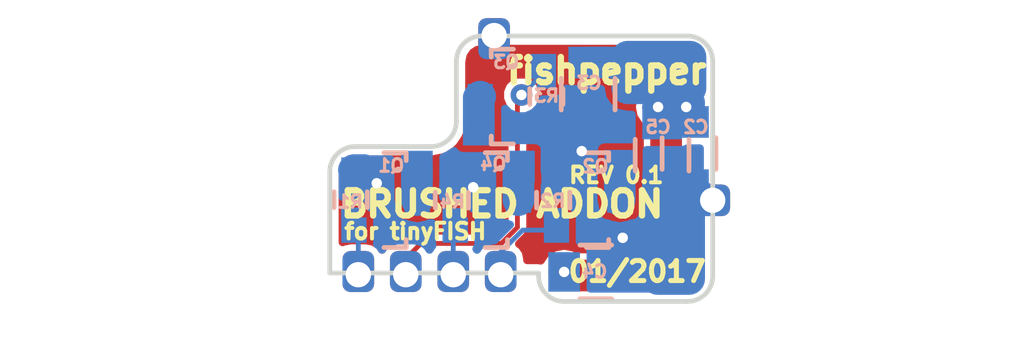
<source format=kicad_pcb>
(kicad_pcb (version 20160815) (host pcbnew "(2016-12-13 revision 188d781)-master")

  (general
    (links 30)
    (no_connects 0)
    (area 12.778114 17.21475 44.556143 28.263401)
    (thickness 1.6)
    (drawings 43)
    (tracks 100)
    (zones 0)
    (modules 24)
    (nets 11)
  )

  (page A4)
  (layers
    (0 F.Cu signal hide)
    (31 B.Cu signal)
    (32 B.Adhes user)
    (33 F.Adhes user)
    (34 B.Paste user)
    (35 F.Paste user hide)
    (36 B.SilkS user hide)
    (37 F.SilkS user hide)
    (38 B.Mask user)
    (39 F.Mask user hide)
    (40 Dwgs.User user)
    (41 Cmts.User user)
    (42 Eco1.User user)
    (43 Eco2.User user)
    (44 Edge.Cuts user)
    (45 Margin user)
    (46 B.CrtYd user hide)
    (47 F.CrtYd user hide)
    (48 B.Fab user)
    (49 F.Fab user)
  )

  (setup
    (last_trace_width 0.1524)
    (user_trace_width 1)
    (trace_clearance 0.1524)
    (zone_clearance 0.2032)
    (zone_45_only no)
    (trace_min 0.1524)
    (segment_width 0.2)
    (edge_width 0.15)
    (via_size 0.6858)
    (via_drill 0.3302)
    (via_min_size 0.6858)
    (via_min_drill 0.3302)
    (uvia_size 0.3)
    (uvia_drill 0.1)
    (uvias_allowed no)
    (uvia_min_size 0)
    (uvia_min_drill 0)
    (pcb_text_width 0.3)
    (pcb_text_size 1.5 1.5)
    (mod_edge_width 0.15)
    (mod_text_size 1 1)
    (mod_text_width 0.15)
    (pad_size 1.524 1.524)
    (pad_drill 0.762)
    (pad_to_mask_clearance 0.0762)
    (aux_axis_origin 0 0)
    (visible_elements FFFDFD7F)
    (pcbplotparams
      (layerselection 0x010f0_ffffffff)
      (usegerberextensions false)
      (excludeedgelayer true)
      (linewidth 0.100000)
      (plotframeref false)
      (viasonmask false)
      (mode 1)
      (useauxorigin false)
      (hpglpennumber 1)
      (hpglpenspeed 20)
      (hpglpendiameter 15)
      (psnegative false)
      (psa4output false)
      (plotreference false)
      (plotvalue false)
      (plotinvisibletext false)
      (padsonsilk false)
      (subtractmaskfromsilk false)
      (outputformat 1)
      (mirror false)
      (drillshape 0)
      (scaleselection 1)
      (outputdirectory gerber))
  )

  (net 0 "")
  (net 1 GND)
  (net 2 "Net-(Q1-PadD)")
  (net 3 "Net-(Q1-PadG)")
  (net 4 "Net-(Q2-PadG)")
  (net 5 "Net-(Q2-PadD)")
  (net 6 "Net-(Q3-PadG)")
  (net 7 "Net-(Q3-PadD)")
  (net 8 "Net-(Q4-PadD)")
  (net 9 "Net-(Q4-PadG)")
  (net 10 "Net-(C2-Pad1)")

  (net_class Default "This is the default net class."
    (clearance 0.1524)
    (trace_width 0.1524)
    (via_dia 0.6858)
    (via_drill 0.3302)
    (uvia_dia 0.3)
    (uvia_drill 0.1)
    (diff_pair_gap 0.25)
    (diff_pair_width 0.2)
    (add_net GND)
    (add_net "Net-(C2-Pad1)")
    (add_net "Net-(Q1-PadD)")
    (add_net "Net-(Q1-PadG)")
    (add_net "Net-(Q2-PadD)")
    (add_net "Net-(Q2-PadG)")
    (add_net "Net-(Q3-PadD)")
    (add_net "Net-(Q3-PadG)")
    (add_net "Net-(Q4-PadD)")
    (add_net "Net-(Q4-PadG)")
  )

  (module custom:edge_conn_1mm (layer F.Cu) (tedit 581E38A6) (tstamp 5823F003)
    (at 23.801 25.754)
    (path /581E2D41)
    (fp_text reference TP1 (at 0 0.5) (layer F.SilkS) hide
      (effects (font (size 0.4 0.4) (thickness 0.125)))
    )
    (fp_text value ESC_0 (at 0 -0.5) (layer F.Fab) hide
      (effects (font (size 0.4 0.4) (thickness 0.125)))
    )
    (pad 1 thru_hole roundrect (at 0 0) (size 1 1.3) (drill 0.8 (offset 0 -0.1)) (layers *.Cu *.Mask)(roundrect_rratio 0.25)
      (net 3 "Net-(Q1-PadG)"))
  )

  (module custom:edge_conn_1mm (layer F.Cu) (tedit 581E38A6) (tstamp 5823F008)
    (at 28.301 25.754)
    (path /581E40EC)
    (fp_text reference TP2 (at 0 0.5) (layer F.SilkS) hide
      (effects (font (size 0.4 0.4) (thickness 0.125)))
    )
    (fp_text value ESC_1 (at 0 -0.5) (layer F.Fab) hide
      (effects (font (size 0.4 0.4) (thickness 0.125)))
    )
    (pad 1 thru_hole roundrect (at 0 0) (size 1 1.3) (drill 0.8 (offset 0 -0.1)) (layers *.Cu *.Mask)(roundrect_rratio 0.25)
      (net 4 "Net-(Q2-PadG)"))
  )

  (module custom:edge_conn_1mm (layer F.Cu) (tedit 581E38A6) (tstamp 5823F00D)
    (at 25.301 25.754)
    (path /581E3DD7)
    (fp_text reference TP3 (at 0 0.5) (layer F.SilkS) hide
      (effects (font (size 0.4 0.4) (thickness 0.125)))
    )
    (fp_text value ESC_2 (at 0 -0.5) (layer F.Fab) hide
      (effects (font (size 0.4 0.4) (thickness 0.125)))
    )
    (pad 1 thru_hole roundrect (at 0 0) (size 1 1.3) (drill 0.8 (offset 0 -0.1)) (layers *.Cu *.Mask)(roundrect_rratio 0.25)
      (net 6 "Net-(Q3-PadG)"))
  )

  (module custom:edge_conn_1mm (layer F.Cu) (tedit 581E38A6) (tstamp 5823F012)
    (at 26.801 25.754)
    (path /581E42E4)
    (fp_text reference TP4 (at 0 0.5) (layer F.SilkS) hide
      (effects (font (size 0.4 0.4) (thickness 0.125)))
    )
    (fp_text value ESC_3 (at 0 -0.5) (layer F.Fab) hide
      (effects (font (size 0.4 0.4) (thickness 0.125)))
    )
    (pad 1 thru_hole roundrect (at 0 0) (size 1 1.3) (drill 0.8 (offset 0 -0.1)) (layers *.Cu *.Mask)(roundrect_rratio 0.25)
      (net 9 "Net-(Q4-PadG)"))
  )

  (module custom:edge_conn_1mm (layer F.Cu) (tedit 581E38A6) (tstamp 581E33CC)
    (at 35 23.4 90)
    (path /581E32A8)
    (fp_text reference TP11 (at 0 0.5 90) (layer F.SilkS) hide
      (effects (font (size 0.4 0.4) (thickness 0.125)))
    )
    (fp_text value GND (at 0 -0.5 90) (layer F.Fab) hide
      (effects (font (size 0.4 0.4) (thickness 0.125)))
    )
    (pad 1 thru_hole roundrect (at 0 0 90) (size 1 1.3) (drill 0.8 (offset 0 -0.1)) (layers *.Cu *.Mask)(roundrect_rratio 0.25)
      (net 1 GND))
  )

  (module Capacitors_SMD:C_0805 (layer B.Cu) (tedit 5878E414) (tstamp 5823EF5E)
    (at 34.2519 21.9202 270)
    (descr "Capacitor SMD 0805, reflow soldering, AVX (see smccp.pdf)")
    (tags "capacitor 0805")
    (path /581E2844)
    (attr smd)
    (fp_text reference C2 (at -0.8382 -0.2159) (layer B.SilkS)
      (effects (font (size 0.4 0.4) (thickness 0.125)) (justify mirror))
    )
    (fp_text value 47u (at -0.0508 -0.2413 270) (layer B.Fab)
      (effects (font (size 0.4 0.4) (thickness 0.125)) (justify mirror))
    )
    (fp_line (start -0.5 -0.85) (end 0.5 -0.85) (layer B.SilkS) (width 0.15))
    (fp_line (start 0.5 0.85) (end -0.5 0.85) (layer B.SilkS) (width 0.15))
    (fp_line (start 1.8 1) (end 1.8 -1) (layer B.CrtYd) (width 0.05))
    (fp_line (start -1.8 1) (end -1.8 -1) (layer B.CrtYd) (width 0.05))
    (fp_line (start -1.8 -1) (end 1.8 -1) (layer B.CrtYd) (width 0.05))
    (fp_line (start -1.8 1) (end 1.8 1) (layer B.CrtYd) (width 0.05))
    (fp_line (start -1 0.625) (end 1 0.625) (layer B.Fab) (width 0.15))
    (fp_line (start 1 0.625) (end 1 -0.625) (layer B.Fab) (width 0.15))
    (fp_line (start 1 -0.625) (end -1 -0.625) (layer B.Fab) (width 0.15))
    (fp_line (start -1 -0.625) (end -1 0.625) (layer B.Fab) (width 0.15))
    (pad 2 smd rect (at 1 0 270) (size 1 1.25) (layers B.Cu B.Paste B.Mask)
      (net 1 GND))
    (pad 1 smd rect (at -1 0 270) (size 1 1.25) (layers B.Cu B.Paste B.Mask)
      (net 10 "Net-(C2-Pad1)"))
    (model Capacitors_SMD.3dshapes/C_0805.wrl
      (at (xyz 0 0 0))
      (scale (xyz 1 1 1))
      (rotate (xyz 0 0 0))
    )
  )

  (module Capacitors_SMD:C_0805 (layer B.Cu) (tedit 5878E44B) (tstamp 5823EF7E)
    (at 31.3055 25.6667)
    (descr "Capacitor SMD 0805, reflow soldering, AVX (see smccp.pdf)")
    (tags "capacitor 0805")
    (path /581E2B53)
    (attr smd)
    (fp_text reference C4 (at -0.0381 -0.0127) (layer B.SilkS)
      (effects (font (size 0.4 0.4) (thickness 0.125)) (justify mirror))
    )
    (fp_text value 47u (at -0.0127 0.0127) (layer B.Fab)
      (effects (font (size 0.4 0.4) (thickness 0.125)) (justify mirror))
    )
    (fp_line (start -0.5 -0.85) (end 0.5 -0.85) (layer B.SilkS) (width 0.15))
    (fp_line (start 0.5 0.85) (end -0.5 0.85) (layer B.SilkS) (width 0.15))
    (fp_line (start 1.8 1) (end 1.8 -1) (layer B.CrtYd) (width 0.05))
    (fp_line (start -1.8 1) (end -1.8 -1) (layer B.CrtYd) (width 0.05))
    (fp_line (start -1.8 -1) (end 1.8 -1) (layer B.CrtYd) (width 0.05))
    (fp_line (start -1.8 1) (end 1.8 1) (layer B.CrtYd) (width 0.05))
    (fp_line (start -1 0.625) (end 1 0.625) (layer B.Fab) (width 0.15))
    (fp_line (start 1 0.625) (end 1 -0.625) (layer B.Fab) (width 0.15))
    (fp_line (start 1 -0.625) (end -1 -0.625) (layer B.Fab) (width 0.15))
    (fp_line (start -1 -0.625) (end -1 0.625) (layer B.Fab) (width 0.15))
    (pad 2 smd rect (at 1 0) (size 1 1.25) (layers B.Cu B.Paste B.Mask)
      (net 1 GND))
    (pad 1 smd rect (at -1 0) (size 1 1.25) (layers B.Cu B.Paste B.Mask)
      (net 10 "Net-(C2-Pad1)"))
    (model Capacitors_SMD.3dshapes/C_0805.wrl
      (at (xyz 0 0 0))
      (scale (xyz 1 1 1))
      (rotate (xyz 0 0 0))
    )
  )

  (module Capacitors_SMD:C_0805 (layer B.Cu) (tedit 5878E416) (tstamp 5823EF8E)
    (at 33.401 21.971 270)
    (descr "Capacitor SMD 0805, reflow soldering, AVX (see smccp.pdf)")
    (tags "capacitor 0805")
    (path /581E2BAA)
    (attr smd)
    (fp_text reference C5 (at -0.889 0.127) (layer B.SilkS)
      (effects (font (size 0.4 0.4) (thickness 0.125)) (justify mirror))
    )
    (fp_text value 47u (at -0.127 0.127 270) (layer B.Fab)
      (effects (font (size 0.4 0.4) (thickness 0.125)) (justify mirror))
    )
    (fp_line (start -1 -0.625) (end -1 0.625) (layer B.Fab) (width 0.15))
    (fp_line (start 1 -0.625) (end -1 -0.625) (layer B.Fab) (width 0.15))
    (fp_line (start 1 0.625) (end 1 -0.625) (layer B.Fab) (width 0.15))
    (fp_line (start -1 0.625) (end 1 0.625) (layer B.Fab) (width 0.15))
    (fp_line (start -1.8 1) (end 1.8 1) (layer B.CrtYd) (width 0.05))
    (fp_line (start -1.8 -1) (end 1.8 -1) (layer B.CrtYd) (width 0.05))
    (fp_line (start -1.8 1) (end -1.8 -1) (layer B.CrtYd) (width 0.05))
    (fp_line (start 1.8 1) (end 1.8 -1) (layer B.CrtYd) (width 0.05))
    (fp_line (start 0.5 0.85) (end -0.5 0.85) (layer B.SilkS) (width 0.15))
    (fp_line (start -0.5 -0.85) (end 0.5 -0.85) (layer B.SilkS) (width 0.15))
    (pad 1 smd rect (at -1 0 270) (size 1 1.25) (layers B.Cu B.Paste B.Mask)
      (net 10 "Net-(C2-Pad1)"))
    (pad 2 smd rect (at 1 0 270) (size 1 1.25) (layers B.Cu B.Paste B.Mask)
      (net 1 GND))
    (model Capacitors_SMD.3dshapes/C_0805.wrl
      (at (xyz 0 0 0))
      (scale (xyz 1 1 1))
      (rotate (xyz 0 0 0))
    )
  )

  (module custom:SI2302DS_SOT-23 (layer B.Cu) (tedit 5878E42C) (tstamp 5823EF9E)
    (at 24.6634 23.3934 90)
    (descr "SOT-23, Standard")
    (tags SOT-23)
    (path /581E261A)
    (attr smd)
    (fp_text reference Q1 (at 1.0922 0.1778 180) (layer B.SilkS)
      (effects (font (size 0.4 0.4) (thickness 0.125)) (justify mirror))
    )
    (fp_text value FET_N (at -0.0508 0.0254 90) (layer B.Fab)
      (effects (font (size 0.4 0.4) (thickness 0.125)) (justify mirror))
    )
    (fp_line (start 1.49982 0.65024) (end 1.49982 -0.0508) (layer B.SilkS) (width 0.15))
    (fp_line (start 1.29916 0.65024) (end 1.49982 0.65024) (layer B.SilkS) (width 0.15))
    (fp_line (start -1.49982 0.65024) (end -1.2509 0.65024) (layer B.SilkS) (width 0.15))
    (fp_line (start -1.49982 -0.0508) (end -1.49982 0.65024) (layer B.SilkS) (width 0.15))
    (fp_line (start 1.29916 0.65024) (end 1.2509 0.65024) (layer B.SilkS) (width 0.15))
    (fp_line (start -1.65 -1.6) (end -1.65 1.6) (layer B.CrtYd) (width 0.05))
    (fp_line (start 1.65 -1.6) (end -1.65 -1.6) (layer B.CrtYd) (width 0.05))
    (fp_line (start 1.65 1.6) (end 1.65 -1.6) (layer B.CrtYd) (width 0.05))
    (fp_line (start -1.65 1.6) (end 1.65 1.6) (layer B.CrtYd) (width 0.05))
    (pad D smd rect (at 0 0.99822 90) (size 0.8001 0.8001) (layers B.Cu B.Paste B.Mask)
      (net 2 "Net-(Q1-PadD)"))
    (pad S smd rect (at 0.95 -1.00076 90) (size 0.8001 0.8001) (layers B.Cu B.Paste B.Mask)
      (net 1 GND))
    (pad G smd rect (at -0.95 -1.00076 90) (size 0.8001 0.8001) (layers B.Cu B.Paste B.Mask)
      (net 3 "Net-(Q1-PadG)"))
    (model TO_SOT_Packages_SMD.3dshapes/SOT-23.wrl
      (at (xyz 0 0 0))
      (scale (xyz 1 1 1))
      (rotate (xyz 0 0 0))
    )
  )

  (module custom:SI2302DS_SOT-23 (layer B.Cu) (tedit 5878E446) (tstamp 5823EFAE)
    (at 31.0642 23.3934 90)
    (descr "SOT-23, Standard")
    (tags SOT-23)
    (path /581E40E6)
    (attr smd)
    (fp_text reference Q2 (at 1.0668 0.2286 180) (layer B.SilkS)
      (effects (font (size 0.4 0.4) (thickness 0.125)) (justify mirror))
    )
    (fp_text value FET_N (at 0 0 90) (layer B.Fab)
      (effects (font (size 0.4 0.4) (thickness 0.125)) (justify mirror))
    )
    (fp_line (start -1.65 1.6) (end 1.65 1.6) (layer B.CrtYd) (width 0.05))
    (fp_line (start 1.65 1.6) (end 1.65 -1.6) (layer B.CrtYd) (width 0.05))
    (fp_line (start 1.65 -1.6) (end -1.65 -1.6) (layer B.CrtYd) (width 0.05))
    (fp_line (start -1.65 -1.6) (end -1.65 1.6) (layer B.CrtYd) (width 0.05))
    (fp_line (start 1.29916 0.65024) (end 1.2509 0.65024) (layer B.SilkS) (width 0.15))
    (fp_line (start -1.49982 -0.0508) (end -1.49982 0.65024) (layer B.SilkS) (width 0.15))
    (fp_line (start -1.49982 0.65024) (end -1.2509 0.65024) (layer B.SilkS) (width 0.15))
    (fp_line (start 1.29916 0.65024) (end 1.49982 0.65024) (layer B.SilkS) (width 0.15))
    (fp_line (start 1.49982 0.65024) (end 1.49982 -0.0508) (layer B.SilkS) (width 0.15))
    (pad G smd rect (at -0.95 -1.00076 90) (size 0.8001 0.8001) (layers B.Cu B.Paste B.Mask)
      (net 4 "Net-(Q2-PadG)"))
    (pad S smd rect (at 0.95 -1.00076 90) (size 0.8001 0.8001) (layers B.Cu B.Paste B.Mask)
      (net 1 GND))
    (pad D smd rect (at 0 0.99822 90) (size 0.8001 0.8001) (layers B.Cu B.Paste B.Mask)
      (net 5 "Net-(Q2-PadD)"))
    (model TO_SOT_Packages_SMD.3dshapes/SOT-23.wrl
      (at (xyz 0 0 0))
      (scale (xyz 1 1 1))
      (rotate (xyz 0 0 0))
    )
  )

  (module custom:SI2302DS_SOT-23 (layer B.Cu) (tedit 5878E41F) (tstamp 5823EFBE)
    (at 28.6512 20.1168 270)
    (descr "SOT-23, Standard")
    (tags SOT-23)
    (path /581E3DD1)
    (attr smd)
    (fp_text reference Q3 (at -1.0922 0.1778) (layer B.SilkS)
      (effects (font (size 0.4 0.4) (thickness 0.125)) (justify mirror))
    )
    (fp_text value FET_N (at -0.0762 -0.1016 270) (layer B.Fab)
      (effects (font (size 0.4 0.4) (thickness 0.125)) (justify mirror))
    )
    (fp_line (start -1.65 1.6) (end 1.65 1.6) (layer B.CrtYd) (width 0.05))
    (fp_line (start 1.65 1.6) (end 1.65 -1.6) (layer B.CrtYd) (width 0.05))
    (fp_line (start 1.65 -1.6) (end -1.65 -1.6) (layer B.CrtYd) (width 0.05))
    (fp_line (start -1.65 -1.6) (end -1.65 1.6) (layer B.CrtYd) (width 0.05))
    (fp_line (start 1.29916 0.65024) (end 1.2509 0.65024) (layer B.SilkS) (width 0.15))
    (fp_line (start -1.49982 -0.0508) (end -1.49982 0.65024) (layer B.SilkS) (width 0.15))
    (fp_line (start -1.49982 0.65024) (end -1.2509 0.65024) (layer B.SilkS) (width 0.15))
    (fp_line (start 1.29916 0.65024) (end 1.49982 0.65024) (layer B.SilkS) (width 0.15))
    (fp_line (start 1.49982 0.65024) (end 1.49982 -0.0508) (layer B.SilkS) (width 0.15))
    (pad G smd rect (at -0.95 -1.00076 270) (size 0.8001 0.8001) (layers B.Cu B.Paste B.Mask)
      (net 6 "Net-(Q3-PadG)"))
    (pad S smd rect (at 0.95 -1.00076 270) (size 0.8001 0.8001) (layers B.Cu B.Paste B.Mask)
      (net 1 GND))
    (pad D smd rect (at 0 0.99822 270) (size 0.8001 0.8001) (layers B.Cu B.Paste B.Mask)
      (net 7 "Net-(Q3-PadD)"))
    (model TO_SOT_Packages_SMD.3dshapes/SOT-23.wrl
      (at (xyz 0 0 0))
      (scale (xyz 1 1 1))
      (rotate (xyz 0 0 0))
    )
  )

  (module custom:SI2302DS_SOT-23 (layer B.Cu) (tedit 5878E43D) (tstamp 5823EFCE)
    (at 27.8638 23.3934 90)
    (descr "SOT-23, Standard")
    (tags SOT-23)
    (path /581E42DE)
    (attr smd)
    (fp_text reference Q4 (at 1.143 0.2032 180) (layer B.SilkS)
      (effects (font (size 0.4 0.4) (thickness 0.125)) (justify mirror))
    )
    (fp_text value FET_N (at 0.0254 0 90) (layer B.Fab)
      (effects (font (size 0.4 0.4) (thickness 0.125)) (justify mirror))
    )
    (fp_line (start 1.49982 0.65024) (end 1.49982 -0.0508) (layer B.SilkS) (width 0.15))
    (fp_line (start 1.29916 0.65024) (end 1.49982 0.65024) (layer B.SilkS) (width 0.15))
    (fp_line (start -1.49982 0.65024) (end -1.2509 0.65024) (layer B.SilkS) (width 0.15))
    (fp_line (start -1.49982 -0.0508) (end -1.49982 0.65024) (layer B.SilkS) (width 0.15))
    (fp_line (start 1.29916 0.65024) (end 1.2509 0.65024) (layer B.SilkS) (width 0.15))
    (fp_line (start -1.65 -1.6) (end -1.65 1.6) (layer B.CrtYd) (width 0.05))
    (fp_line (start 1.65 -1.6) (end -1.65 -1.6) (layer B.CrtYd) (width 0.05))
    (fp_line (start 1.65 1.6) (end 1.65 -1.6) (layer B.CrtYd) (width 0.05))
    (fp_line (start -1.65 1.6) (end 1.65 1.6) (layer B.CrtYd) (width 0.05))
    (pad D smd rect (at 0 0.99822 90) (size 0.8001 0.8001) (layers B.Cu B.Paste B.Mask)
      (net 8 "Net-(Q4-PadD)"))
    (pad S smd rect (at 0.95 -1.00076 90) (size 0.8001 0.8001) (layers B.Cu B.Paste B.Mask)
      (net 1 GND))
    (pad G smd rect (at -0.95 -1.00076 90) (size 0.8001 0.8001) (layers B.Cu B.Paste B.Mask)
      (net 9 "Net-(Q4-PadG)"))
    (model TO_SOT_Packages_SMD.3dshapes/SOT-23.wrl
      (at (xyz 0 0 0))
      (scale (xyz 1 1 1))
      (rotate (xyz 0 0 0))
    )
  )

  (module Resistors_SMD:R_0402 (layer B.Cu) (tedit 5878E430) (tstamp 5823EFDA)
    (at 23.5585 23.3807 90)
    (descr "Resistor SMD 0402, reflow soldering, Vishay (see dcrcw.pdf)")
    (tags "resistor 0402")
    (path /581E2DDE)
    (attr smd)
    (fp_text reference R1 (at -0.0635 -0.0127 180) (layer B.SilkS)
      (effects (font (size 0.4 0.4) (thickness 0.125)) (justify mirror))
    )
    (fp_text value 10k (at -0.1143 0.0381 90) (layer B.Fab)
      (effects (font (size 0.4 0.4) (thickness 0.125)) (justify mirror))
    )
    (fp_line (start -0.95 0.65) (end 0.95 0.65) (layer B.CrtYd) (width 0.05))
    (fp_line (start -0.95 -0.65) (end 0.95 -0.65) (layer B.CrtYd) (width 0.05))
    (fp_line (start -0.95 0.65) (end -0.95 -0.65) (layer B.CrtYd) (width 0.05))
    (fp_line (start 0.95 0.65) (end 0.95 -0.65) (layer B.CrtYd) (width 0.05))
    (fp_line (start 0.25 0.525) (end -0.25 0.525) (layer B.SilkS) (width 0.15))
    (fp_line (start -0.25 -0.525) (end 0.25 -0.525) (layer B.SilkS) (width 0.15))
    (pad 1 smd rect (at -0.45 0 90) (size 0.4 0.6) (layers B.Cu B.Paste B.Mask)
      (net 3 "Net-(Q1-PadG)"))
    (pad 2 smd rect (at 0.45 0 90) (size 0.4 0.6) (layers B.Cu B.Paste B.Mask)
      (net 1 GND))
    (model Resistors_SMD.3dshapes/R_0402.wrl
      (at (xyz 0 0 0))
      (scale (xyz 1 1 1))
      (rotate (xyz 0 0 0))
    )
  )

  (module Resistors_SMD:R_0402 (layer B.Cu) (tedit 5878E442) (tstamp 5823EFE6)
    (at 29.9593 23.3934 90)
    (descr "Resistor SMD 0402, reflow soldering, Vishay (see dcrcw.pdf)")
    (tags "resistor 0402")
    (path /581E40F2)
    (attr smd)
    (fp_text reference R2 (at -0.0254 -0.0127 180) (layer B.SilkS)
      (effects (font (size 0.4 0.4) (thickness 0.125)) (justify mirror))
    )
    (fp_text value 10k (at -0.0762 0.0381 90) (layer B.Fab)
      (effects (font (size 0.4 0.4) (thickness 0.125)) (justify mirror))
    )
    (fp_line (start -0.25 -0.525) (end 0.25 -0.525) (layer B.SilkS) (width 0.15))
    (fp_line (start 0.25 0.525) (end -0.25 0.525) (layer B.SilkS) (width 0.15))
    (fp_line (start 0.95 0.65) (end 0.95 -0.65) (layer B.CrtYd) (width 0.05))
    (fp_line (start -0.95 0.65) (end -0.95 -0.65) (layer B.CrtYd) (width 0.05))
    (fp_line (start -0.95 -0.65) (end 0.95 -0.65) (layer B.CrtYd) (width 0.05))
    (fp_line (start -0.95 0.65) (end 0.95 0.65) (layer B.CrtYd) (width 0.05))
    (pad 2 smd rect (at 0.45 0 90) (size 0.4 0.6) (layers B.Cu B.Paste B.Mask)
      (net 1 GND))
    (pad 1 smd rect (at -0.45 0 90) (size 0.4 0.6) (layers B.Cu B.Paste B.Mask)
      (net 4 "Net-(Q2-PadG)"))
    (model Resistors_SMD.3dshapes/R_0402.wrl
      (at (xyz 0 0 0))
      (scale (xyz 1 1 1))
      (rotate (xyz 0 0 0))
    )
  )

  (module Resistors_SMD:R_0402 (layer B.Cu) (tedit 5878E456) (tstamp 5823EFF2)
    (at 29.7434 20.1168 270)
    (descr "Resistor SMD 0402, reflow soldering, Vishay (see dcrcw.pdf)")
    (tags "resistor 0402")
    (path /581E3DDD)
    (attr smd)
    (fp_text reference R3 (at -0.0254 0) (layer B.SilkS)
      (effects (font (size 0.4 0.4) (thickness 0.125)) (justify mirror))
    )
    (fp_text value 10k (at -0.1016 -0.0762 270) (layer B.Fab)
      (effects (font (size 0.4 0.4) (thickness 0.125)) (justify mirror))
    )
    (fp_line (start -0.25 -0.525) (end 0.25 -0.525) (layer B.SilkS) (width 0.15))
    (fp_line (start 0.25 0.525) (end -0.25 0.525) (layer B.SilkS) (width 0.15))
    (fp_line (start 0.95 0.65) (end 0.95 -0.65) (layer B.CrtYd) (width 0.05))
    (fp_line (start -0.95 0.65) (end -0.95 -0.65) (layer B.CrtYd) (width 0.05))
    (fp_line (start -0.95 -0.65) (end 0.95 -0.65) (layer B.CrtYd) (width 0.05))
    (fp_line (start -0.95 0.65) (end 0.95 0.65) (layer B.CrtYd) (width 0.05))
    (pad 2 smd rect (at 0.45 0 270) (size 0.4 0.6) (layers B.Cu B.Paste B.Mask)
      (net 1 GND))
    (pad 1 smd rect (at -0.45 0 270) (size 0.4 0.6) (layers B.Cu B.Paste B.Mask)
      (net 6 "Net-(Q3-PadG)"))
    (model Resistors_SMD.3dshapes/R_0402.wrl
      (at (xyz 0 0 0))
      (scale (xyz 1 1 1))
      (rotate (xyz 0 0 0))
    )
  )

  (module custom:TP_1x1 (layer B.Cu) (tedit 581DB7CE) (tstamp 5823F017)
    (at 25.5524 22.6314)
    (path /581E2FD8)
    (fp_text reference TP5 (at -0.1 3.2) (layer B.SilkS) hide
      (effects (font (size 0.4 0.4) (thickness 0.125)) (justify mirror))
    )
    (fp_text value M-_0 (at 0.1 5) (layer B.SilkS) hide
      (effects (font (size 0.4 0.4) (thickness 0.125)) (justify mirror))
    )
    (pad 1 smd rect (at 0.1 -0.3) (size 1 1) (layers B.Cu B.Mask)
      (net 2 "Net-(Q1-PadD)"))
  )

  (module custom:TP_1x1 (layer B.Cu) (tedit 581DB7CE) (tstamp 5823F01C)
    (at 31.9786 22.606)
    (path /581E40FE)
    (fp_text reference TP6 (at -0.1 3.2) (layer B.SilkS) hide
      (effects (font (size 0.4 0.4) (thickness 0.125)) (justify mirror))
    )
    (fp_text value M-_1 (at 0.1 5) (layer B.SilkS) hide
      (effects (font (size 0.4 0.4) (thickness 0.125)) (justify mirror))
    )
    (pad 1 smd rect (at 0.1 -0.3) (size 1 1) (layers B.Cu B.Mask)
      (net 5 "Net-(Q2-PadD)"))
  )

  (module custom:TP_1x1 (layer B.Cu) (tedit 581DB7CE) (tstamp 5823F021)
    (at 27.5082 21.463)
    (path /581E3DE9)
    (fp_text reference TP7 (at -0.1 3.2) (layer B.SilkS) hide
      (effects (font (size 0.4 0.4) (thickness 0.125)) (justify mirror))
    )
    (fp_text value M-_2 (at 0.1 5) (layer B.SilkS) hide
      (effects (font (size 0.4 0.4) (thickness 0.125)) (justify mirror))
    )
    (pad 1 smd rect (at 0.1 -0.3) (size 1 1) (layers B.Cu B.Mask)
      (net 7 "Net-(Q3-PadD)"))
  )

  (module custom:TP_1x1 (layer B.Cu) (tedit 581DB7CE) (tstamp 5823F026)
    (at 28.7782 22.6314)
    (path /581E42F6)
    (fp_text reference TP8 (at -0.1 3.2) (layer B.SilkS) hide
      (effects (font (size 0.4 0.4) (thickness 0.125)) (justify mirror))
    )
    (fp_text value M-_3 (at 0.1 5) (layer B.SilkS) hide
      (effects (font (size 0.4 0.4) (thickness 0.125)) (justify mirror))
    )
    (pad 1 smd rect (at 0.1 -0.3) (size 1 1) (layers B.Cu B.Mask)
      (net 8 "Net-(Q4-PadD)"))
  )

  (module custom:PAD_2x3 (layer B.Cu) (tedit 581DB87C) (tstamp 5823F02B)
    (at 33.2994 19.3548 90)
    (path /581E2C9C)
    (fp_text reference TP9 (at 0 -0.5 90) (layer B.SilkS) hide
      (effects (font (size 0.4 0.4) (thickness 0.125)) (justify mirror))
    )
    (fp_text value VBAT (at 0 0.5) (layer B.Fab) hide
      (effects (font (size 0.4 0.4) (thickness 0.125)) (justify mirror))
    )
    (pad 1 smd roundrect (at 0 0 90) (size 2 3) (layers B.Cu B.Mask)(roundrect_rratio 0.25)
      (net 10 "Net-(C2-Pad1)"))
  )

  (module custom:PAD_2x3 (layer B.Cu) (tedit 581DB87C) (tstamp 5823F030)
    (at 33.7566 24.892 180)
    (path /581E2D0E)
    (fp_text reference TP10 (at 0 -0.5 180) (layer B.SilkS) hide
      (effects (font (size 0.4 0.4) (thickness 0.125)) (justify mirror))
    )
    (fp_text value GND (at 0 0.5 90) (layer B.Fab) hide
      (effects (font (size 0.4 0.4) (thickness 0.125)) (justify mirror))
    )
    (pad 1 smd roundrect (at 0 0 180) (size 2 3) (layers B.Cu B.Mask)(roundrect_rratio 0.25)
      (net 1 GND))
  )

  (module Capacitors_SMD:C_0805 (layer B.Cu) (tedit 5878E44F) (tstamp 581EBF84)
    (at 31.0642 20.0406 270)
    (descr "Capacitor SMD 0805, reflow soldering, AVX (see smccp.pdf)")
    (tags "capacitor 0805")
    (path /581E2AA7)
    (attr smd)
    (fp_text reference C3 (at -0.3556 -0.0254) (layer B.SilkS)
      (effects (font (size 0.4 0.4) (thickness 0.125)) (justify mirror))
    )
    (fp_text value 47u (at 0.1016 0.0762 270) (layer B.Fab)
      (effects (font (size 0.4 0.4) (thickness 0.125)) (justify mirror))
    )
    (fp_line (start -1 -0.625) (end -1 0.625) (layer B.Fab) (width 0.15))
    (fp_line (start 1 -0.625) (end -1 -0.625) (layer B.Fab) (width 0.15))
    (fp_line (start 1 0.625) (end 1 -0.625) (layer B.Fab) (width 0.15))
    (fp_line (start -1 0.625) (end 1 0.625) (layer B.Fab) (width 0.15))
    (fp_line (start -1.8 1) (end 1.8 1) (layer B.CrtYd) (width 0.05))
    (fp_line (start -1.8 -1) (end 1.8 -1) (layer B.CrtYd) (width 0.05))
    (fp_line (start -1.8 1) (end -1.8 -1) (layer B.CrtYd) (width 0.05))
    (fp_line (start 1.8 1) (end 1.8 -1) (layer B.CrtYd) (width 0.05))
    (fp_line (start 0.5 0.85) (end -0.5 0.85) (layer B.SilkS) (width 0.15))
    (fp_line (start -0.5 -0.85) (end 0.5 -0.85) (layer B.SilkS) (width 0.15))
    (pad 1 smd rect (at -1 0 270) (size 1 1.25) (layers B.Cu B.Paste B.Mask)
      (net 10 "Net-(C2-Pad1)"))
    (pad 2 smd rect (at 1 0 270) (size 1 1.25) (layers B.Cu B.Paste B.Mask)
      (net 1 GND))
    (model Capacitors_SMD.3dshapes/C_0805.wrl
      (at (xyz 0 0 0))
      (scale (xyz 1 1 1))
      (rotate (xyz 0 0 0))
    )
  )

  (module Resistors_SMD:R_0402 (layer B.Cu) (tedit 5878E436) (tstamp 581EBF90)
    (at 26.7589 23.3934 90)
    (descr "Resistor SMD 0402, reflow soldering, Vishay (see dcrcw.pdf)")
    (tags "resistor 0402")
    (path /581E42EA)
    (attr smd)
    (fp_text reference R4 (at -0.0508 0.0127 180) (layer B.SilkS)
      (effects (font (size 0.4 0.4) (thickness 0.125)) (justify mirror))
    )
    (fp_text value 10k (at -0.0508 -0.0127 90) (layer B.Fab)
      (effects (font (size 0.4 0.4) (thickness 0.125)) (justify mirror))
    )
    (fp_line (start -0.95 0.65) (end 0.95 0.65) (layer B.CrtYd) (width 0.05))
    (fp_line (start -0.95 -0.65) (end 0.95 -0.65) (layer B.CrtYd) (width 0.05))
    (fp_line (start -0.95 0.65) (end -0.95 -0.65) (layer B.CrtYd) (width 0.05))
    (fp_line (start 0.95 0.65) (end 0.95 -0.65) (layer B.CrtYd) (width 0.05))
    (fp_line (start 0.25 0.525) (end -0.25 0.525) (layer B.SilkS) (width 0.15))
    (fp_line (start -0.25 -0.525) (end 0.25 -0.525) (layer B.SilkS) (width 0.15))
    (pad 1 smd rect (at -0.45 0 90) (size 0.4 0.6) (layers B.Cu B.Paste B.Mask)
      (net 9 "Net-(Q4-PadG)"))
    (pad 2 smd rect (at 0.45 0 90) (size 0.4 0.6) (layers B.Cu B.Paste B.Mask)
      (net 1 GND))
    (model Resistors_SMD.3dshapes/R_0402.wrl
      (at (xyz 0 0 0))
      (scale (xyz 1 1 1))
      (rotate (xyz 0 0 0))
    )
  )

  (module custom:edge_conn_1mm (layer F.Cu) (tedit 581E38A6) (tstamp 581EC31C)
    (at 28.0924 18.1864 180)
    (path /581EC38B)
    (fp_text reference TP12 (at 0 0.5 180) (layer F.SilkS) hide
      (effects (font (size 0.4 0.4) (thickness 0.125)))
    )
    (fp_text value GND (at 0 -0.5 180) (layer F.Fab) hide
      (effects (font (size 0.4 0.4) (thickness 0.125)))
    )
    (pad 1 thru_hole roundrect (at 0 0 180) (size 1 1.3) (drill 0.8 (offset 0 -0.1)) (layers *.Cu *.Mask)(roundrect_rratio 0.25)
      (net 1 GND))
  )

  (gr_text "VMOTOR -" (at 36.449 24.9428) (layer Eco2.User) (tstamp 5878E5F5)
    (effects (font (size 1 1) (thickness 0.25)) (justify right mirror))
  )
  (gr_text "VMOTOR +" (at 36.2458 19.1516) (layer Eco2.User) (tstamp 5878E5EB)
    (effects (font (size 1 1) (thickness 0.25)) (justify right mirror))
  )
  (gr_text "+ MOTOR 1" (at 21.7678 18.0848) (layer Eco2.User) (tstamp 5878E5E1)
    (effects (font (size 1 1) (thickness 0.25)) (justify left mirror))
  )
  (gr_text "+ MOTOR 3" (at 21.7424 19.6596) (layer Eco2.User) (tstamp 5878E5DF)
    (effects (font (size 1 1) (thickness 0.25)) (justify left mirror))
  )
  (gr_text "+ MOTOR 2" (at 21.7678 21.0312) (layer Eco2.User) (tstamp 5878E5DD)
    (effects (font (size 1 1) (thickness 0.25)) (justify left mirror))
  )
  (gr_text "+ MOTOR 4" (at 21.7678 22.606) (layer Eco2.User)
    (effects (font (size 1 1) (thickness 0.25)) (justify left mirror))
  )
  (gr_line (start 34.0614 19.1516) (end 36.2458 19.1516) (angle 90) (layer Eco2.User) (width 0.2))
  (gr_line (start 34.5948 24.9428) (end 36.449 24.9428) (angle 90) (layer Eco2.User) (width 0.2))
  (gr_line (start 24.7904 22.606) (end 21.7932 22.606) (angle 90) (layer Eco2.User) (width 0.2))
  (gr_line (start 25.0952 22.3012) (end 24.7904 22.606) (angle 90) (layer Eco2.User) (width 0.2))
  (gr_line (start 26.4668 18.0848) (end 21.7678 18.0848) (angle 90) (layer Eco2.User) (width 0.2))
  (gr_line (start 30.734 22.352) (end 26.4668 18.0848) (angle 90) (layer Eco2.User) (width 0.2))
  (gr_line (start 31.4198 22.352) (end 30.734 22.352) (angle 90) (layer Eco2.User) (width 0.2))
  (gr_line (start 25.7556 21.0312) (end 21.7678 21.0312) (angle 90) (layer Eco2.User) (width 0.2))
  (gr_line (start 27.0764 22.352) (end 25.7556 21.0312) (angle 90) (layer Eco2.User) (width 0.2))
  (gr_line (start 28.2448 22.352) (end 27.0764 22.352) (angle 90) (layer Eco2.User) (width 0.2))
  (gr_line (start 25.8826 19.6596) (end 21.7424 19.6596) (angle 90) (layer Eco2.User) (width 0.2))
  (gr_line (start 27.0764 20.8534) (end 25.8826 19.6596) (angle 90) (layer Eco2.User) (width 0.2))
  (gr_circle (center 33.782 24.9682) (end 34.4932 24.638) (layer Eco2.User) (width 0.2))
  (gr_circle (center 33.3248 19.2532) (end 34.0106 18.9484) (layer Eco2.User) (width 0.2))
  (gr_circle (center 32.0802 22.3266) (end 32.5628 21.8948) (layer Eco2.User) (width 0.2))
  (gr_circle (center 28.9052 22.352) (end 29.4132 21.971) (layer Eco2.User) (width 0.2))
  (gr_circle (center 25.654 22.3266) (end 26.162 22.1234) (layer Eco2.User) (width 0.2))
  (gr_circle (center 27.6098 21.1328) (end 28.0924 21.5138) (layer Eco2.User) (width 0.2))
  (gr_text "REV 0.1" (at 31.9532 22.606) (layer F.SilkS) (tstamp 5878E276)
    (effects (font (size 0.5 0.5) (thickness 0.125)))
  )
  (gr_text "for tinyFISH" (at 25.6032 24.384) (layer F.SilkS) (tstamp 581E3819)
    (effects (font (size 0.5 0.5) (thickness 0.125)))
  )
  (gr_text "01/2017\n" (at 32.6136 25.654) (layer F.SilkS) (tstamp 581E3801)
    (effects (font (size 0.635 0.635) (thickness 0.15875)))
  )
  (gr_text fishpepper (at 31.6484 19.304) (layer F.SilkS) (tstamp 581E37E9)
    (effects (font (size 0.8 0.8) (thickness 0.2)))
  )
  (gr_text "BRUSHED ADDON" (at 28.3464 23.5204) (layer F.SilkS)
    (effects (font (size 0.8 0.8) (thickness 0.2)))
  )
  (gr_arc (start 34.2 25.8) (end 35 25.8) (angle 90) (layer Edge.Cuts) (width 0.15))
  (gr_arc (start 30.3 25.8) (end 30.3 26.6) (angle 90) (layer Edge.Cuts) (width 0.15))
  (gr_arc (start 23.7 22.5) (end 22.9 22.5) (angle 90) (layer Edge.Cuts) (width 0.15))
  (gr_arc (start 34.2 19) (end 34.2 18.2) (angle 90) (layer Edge.Cuts) (width 0.15))
  (gr_arc (start 27.7 19) (end 26.9 19) (angle 90) (layer Edge.Cuts) (width 0.15))
  (gr_arc (start 26.1 20.9) (end 26.9 20.9) (angle 90) (layer Edge.Cuts) (width 0.15))
  (gr_line (start 26.9 20.9) (end 26.9 19) (angle 90) (layer Edge.Cuts) (width 0.15))
  (gr_line (start 30.3 26.6) (end 34.2 26.6) (angle 90) (layer Edge.Cuts) (width 0.15))
  (gr_line (start 29.5 25.7) (end 29.5 25.8) (angle 90) (layer Edge.Cuts) (width 0.15))
  (gr_line (start 35 19) (end 35 25.8) (angle 90) (layer Edge.Cuts) (width 0.15))
  (gr_line (start 27.7 18.2) (end 34.2 18.2) (angle 90) (layer Edge.Cuts) (width 0.15))
  (gr_line (start 22.9 25.7) (end 29.5 25.7) (angle 90) (layer Edge.Cuts) (width 0.15))
  (gr_line (start 23.7 21.7) (end 26.1 21.7) (angle 90) (layer Edge.Cuts) (width 0.15))
  (gr_line (start 22.9 25.7) (end 22.9 22.5) (angle 90) (layer Edge.Cuts) (width 0.15))

  (segment (start 28.0924 18.1864) (end 28.0924 18.6944) (width 1) (layer F.Cu) (net 1))
  (segment (start 28.0924 18.6944) (end 28.448 19.05) (width 1) (layer F.Cu) (net 1) (tstamp 581EC327))
  (segment (start 29.9593 22.9434) (end 29.9593 22.54754) (width 0.1524) (layer B.Cu) (net 1))
  (segment (start 29.9593 22.54754) (end 30.06344 22.4434) (width 0.1524) (layer B.Cu) (net 1) (tstamp 581EC20A))
  (segment (start 35 23.4) (end 34.7317 23.4) (width 1) (layer B.Cu) (net 1))
  (segment (start 34.7317 23.4) (end 34.2519 22.9202) (width 1) (layer B.Cu) (net 1) (tstamp 581EC200))
  (segment (start 28.448 19.05) (end 30.607 19.05) (width 1) (layer F.Cu) (net 1) (tstamp 581EC15C))
  (segment (start 31.115 21.59) (end 31.115 19.558) (width 1) (layer F.Cu) (net 1) (tstamp 581EC19E))
  (segment (start 30.607 19.05) (end 31.115 19.558) (width 1) (layer F.Cu) (net 1) (tstamp 581EC15D))
  (segment (start 29.7434 20.5668) (end 29.7434 20.97536) (width 0.1524) (layer B.Cu) (net 1))
  (segment (start 29.7434 20.97536) (end 29.65196 21.0668) (width 0.1524) (layer B.Cu) (net 1) (tstamp 581EC1F5))
  (segment (start 23.5585 22.9307) (end 23.5585 22.54754) (width 0.1524) (layer B.Cu) (net 1))
  (segment (start 23.5585 22.54754) (end 23.66264 22.4434) (width 0.1524) (layer B.Cu) (net 1) (tstamp 581EC1EC))
  (segment (start 26.7589 22.9434) (end 26.7589 22.54754) (width 0.1524) (layer B.Cu) (net 1))
  (segment (start 26.7589 22.54754) (end 26.86304 22.4434) (width 0.1524) (layer B.Cu) (net 1) (tstamp 581EC1E9))
  (segment (start 30.861 21.844) (end 30.861 23.241) (width 1) (layer F.Cu) (net 1))
  (segment (start 32.512 24.892) (end 33.7566 24.892) (width 1) (layer B.Cu) (net 1) (tstamp 581EC1B8))
  (segment (start 32.1564 24.5872) (end 32.512 24.892) (width 1) (layer B.Cu) (net 1) (tstamp 581EC1B7))
  (via (at 32.1564 24.5872) (size 0.6858) (drill 0.3302) (layers F.Cu B.Cu) (net 1))
  (segment (start 30.861 23.241) (end 32.1564 24.5872) (width 1) (layer F.Cu) (net 1) (tstamp 581EC1B4))
  (segment (start 32.3055 25.6667) (end 32.9819 25.6667) (width 1) (layer B.Cu) (net 1))
  (segment (start 32.9819 25.6667) (end 33.7566 24.892) (width 1) (layer B.Cu) (net 1) (tstamp 581EC1A7))
  (segment (start 34.2519 22.9202) (end 34.2519 24.3967) (width 1) (layer B.Cu) (net 1))
  (segment (start 34.2519 24.3967) (end 33.7566 24.892) (width 1) (layer B.Cu) (net 1) (tstamp 581EC1A4))
  (segment (start 33.2994 22.9202) (end 33.2994 24.4348) (width 1) (layer B.Cu) (net 1))
  (segment (start 33.2994 24.4348) (end 33.7566 24.892) (width 1) (layer B.Cu) (net 1) (tstamp 581EC1A1))
  (segment (start 30.06344 21.47828) (end 30.49528 21.47828) (width 1) (layer B.Cu) (net 1))
  (segment (start 30.49528 21.47828) (end 30.861 21.844) (width 1) (layer B.Cu) (net 1) (tstamp 581EC19B))
  (segment (start 27.813 19.685) (end 28.448 19.05) (width 1) (layer F.Cu) (net 1) (tstamp 581EC15B))
  (segment (start 27.813 21.971) (end 27.813 19.685) (width 1) (layer F.Cu) (net 1) (tstamp 581EC15A))
  (segment (start 27.051 22.733) (end 27.813 21.971) (width 1) (layer F.Cu) (net 1) (tstamp 581EC159))
  (segment (start 30.861 21.844) (end 31.115 21.59) (width 1) (layer F.Cu) (net 1) (tstamp 581EC19D))
  (via (at 30.861 21.844) (size 0.6858) (drill 0.3302) (layers F.Cu B.Cu) (net 1))
  (segment (start 30.06344 22.4434) (end 30.06344 21.47828) (width 1) (layer B.Cu) (net 1))
  (segment (start 30.06344 21.47828) (end 29.65196 21.0668) (width 1) (layer B.Cu) (net 1) (tstamp 581EC198))
  (segment (start 29.65196 21.0668) (end 31.038 21.0668) (width 1) (layer B.Cu) (net 1))
  (segment (start 31.038 21.0668) (end 31.0642 21.0406) (width 1) (layer B.Cu) (net 1) (tstamp 581EC195))
  (segment (start 26.86304 22.4434) (end 26.8884 22.4434) (width 1) (layer B.Cu) (net 1))
  (segment (start 26.8884 22.4434) (end 27.432 22.987) (width 1) (layer B.Cu) (net 1) (tstamp 581EC168))
  (via (at 27.432 22.987) (size 0.6858) (drill 0.3302) (layers F.Cu B.Cu) (net 1))
  (segment (start 27.432 22.987) (end 27.178 22.733) (width 1) (layer F.Cu) (net 1) (tstamp 581EC16A))
  (segment (start 27.178 22.733) (end 27.051 22.733) (width 1) (layer F.Cu) (net 1) (tstamp 581EC16B))
  (segment (start 23.66264 22.4434) (end 23.9674 22.4434) (width 1) (layer B.Cu) (net 1))
  (segment (start 23.9674 22.4434) (end 24.384 22.86) (width 1) (layer B.Cu) (net 1) (tstamp 581EC154))
  (via (at 24.384 22.86) (size 0.6858) (drill 0.3302) (layers F.Cu B.Cu) (net 1))
  (segment (start 24.384 22.86) (end 24.511 22.733) (width 1) (layer F.Cu) (net 1) (tstamp 581EC157))
  (segment (start 24.511 22.733) (end 27.051 22.733) (width 1) (layer F.Cu) (net 1) (tstamp 581EC158))
  (segment (start 25.6524 22.3314) (end 25.6524 23.38418) (width 1) (layer B.Cu) (net 2))
  (segment (start 25.6524 23.38418) (end 25.66162 23.3934) (width 1) (layer B.Cu) (net 2) (tstamp 581EC223))
  (segment (start 23.5585 23.8307) (end 23.5585 24.23926) (width 0.1524) (layer B.Cu) (net 3))
  (segment (start 23.5585 24.23926) (end 23.66264 24.3434) (width 0.1524) (layer B.Cu) (net 3) (tstamp 581EC216))
  (segment (start 23.801 25.754) (end 23.801 24.48176) (width 0.1524) (layer B.Cu) (net 3))
  (segment (start 23.801 24.48176) (end 23.66264 24.3434) (width 0.1524) (layer B.Cu) (net 3) (tstamp 581EC14D))
  (segment (start 23.801 25.754) (end 23.801 25.299) (width 0.1524) (layer B.Cu) (net 3))
  (segment (start 29.9593 23.8434) (end 29.9593 24.23926) (width 0.1524) (layer B.Cu) (net 4))
  (segment (start 29.9593 24.23926) (end 30.06344 24.3434) (width 0.1524) (layer B.Cu) (net 4) (tstamp 581EC203))
  (segment (start 28.301 25.754) (end 28.301 25.039) (width 0.1524) (layer B.Cu) (net 4))
  (segment (start 28.301 25.039) (end 28.9966 24.3434) (width 0.1524) (layer B.Cu) (net 4) (tstamp 581EC17C))
  (segment (start 28.9966 24.3434) (end 30.06344 24.3434) (width 0.1524) (layer B.Cu) (net 4) (tstamp 581EC17D))
  (segment (start 28.301 25.299) (end 28.301 25.754) (width 0.25) (layer F.Cu) (net 4) (tstamp 581E33EC))
  (segment (start 32.06242 23.3934) (end 32.06242 22.32218) (width 1) (layer B.Cu) (net 5))
  (segment (start 32.06242 22.32218) (end 32.0786 22.306) (width 1) (layer B.Cu) (net 5) (tstamp 581EC1E0))
  (segment (start 29.7434 19.6668) (end 29.7434 19.25824) (width 0.1524) (layer B.Cu) (net 6))
  (segment (start 29.7434 19.25824) (end 29.65196 19.1668) (width 0.1524) (layer B.Cu) (net 6) (tstamp 581EC1F2))
  (segment (start 25.301 25.754) (end 25.301 25.245) (width 0.1524) (layer F.Cu) (net 6))
  (segment (start 25.301 25.245) (end 25.781 24.765) (width 0.1524) (layer F.Cu) (net 6) (tstamp 581EC172))
  (segment (start 28.956 20.066) (end 29.65196 19.37004) (width 0.1524) (layer B.Cu) (net 6) (tstamp 581EC178))
  (via (at 28.956 20.066) (size 0.6858) (drill 0.3302) (layers F.Cu B.Cu) (net 6))
  (segment (start 28.829 20.193) (end 28.956 20.066) (width 0.1524) (layer F.Cu) (net 6) (tstamp 581EC176))
  (segment (start 28.829 24.257) (end 28.829 20.193) (width 0.1524) (layer F.Cu) (net 6) (tstamp 581EC175))
  (segment (start 28.321 24.765) (end 28.829 24.257) (width 0.1524) (layer F.Cu) (net 6) (tstamp 581EC174))
  (segment (start 25.781 24.765) (end 28.321 24.765) (width 0.1524) (layer F.Cu) (net 6) (tstamp 581EC173))
  (segment (start 29.65196 19.37004) (end 29.65196 19.1668) (width 0.1524) (layer B.Cu) (net 6) (tstamp 581EC179))
  (segment (start 25.60076 25.45424) (end 25.301 25.754) (width 0.25) (layer F.Cu) (net 6) (tstamp 581E33E5))
  (segment (start 27.6082 21.163) (end 27.6082 20.16158) (width 1) (layer B.Cu) (net 7))
  (segment (start 27.6082 20.16158) (end 27.65298 20.1168) (width 1) (layer B.Cu) (net 7) (tstamp 581EC1C0))
  (segment (start 28.86202 23.3934) (end 28.86202 22.34758) (width 1) (layer B.Cu) (net 8))
  (segment (start 28.86202 22.34758) (end 28.8782 22.3314) (width 1) (layer B.Cu) (net 8) (tstamp 581EC1BD))
  (segment (start 26.7589 23.8434) (end 26.7589 24.23926) (width 0.1524) (layer B.Cu) (net 9))
  (segment (start 26.7589 24.23926) (end 26.86304 24.3434) (width 0.1524) (layer B.Cu) (net 9) (tstamp 581EC206))
  (segment (start 26.801 25.754) (end 26.801 24.40544) (width 0.1524) (layer B.Cu) (net 9))
  (segment (start 26.801 24.40544) (end 26.86304 24.3434) (width 0.1524) (layer B.Cu) (net 9) (tstamp 581EC150))
  (segment (start 26.801 25.754) (end 26.801 25.299) (width 0.1524) (layer B.Cu) (net 9))
  (segment (start 31.0642 19.0406) (end 32.9852 19.0406) (width 1) (layer B.Cu) (net 10))
  (segment (start 32.9852 19.0406) (end 33.2994 19.3548) (width 1) (layer B.Cu) (net 10) (tstamp 581EC1FD))
  (segment (start 34.2519 20.9202) (end 34.2519 20.3073) (width 1) (layer B.Cu) (net 10))
  (segment (start 34.2519 20.3073) (end 33.2994 19.3548) (width 1) (layer B.Cu) (net 10) (tstamp 581EC1E6))
  (segment (start 33.401 20.971) (end 33.401 19.4564) (width 1) (layer B.Cu) (net 10))
  (segment (start 33.401 19.4564) (end 33.2994 19.3548) (width 1) (layer B.Cu) (net 10) (tstamp 581EC1E3))
  (via (at 30.3055 25.6667) (size 0.6858) (drill 0.3302) (layers F.Cu B.Cu) (net 10))
  (segment (start 33.274 20.447) (end 34.163 20.447) (width 1) (layer B.Cu) (net 10) (tstamp 581EC18E))
  (via (at 34.163 20.447) (size 0.6858) (drill 0.3302) (layers F.Cu B.Cu) (net 10))
  (segment (start 33.528 21.082) (end 34.163 20.447) (width 1) (layer F.Cu) (net 10) (tstamp 581EC18C))
  (segment (start 33.528 25.654) (end 33.528 21.082) (width 1) (layer F.Cu) (net 10) (tstamp 581EC18B))
  (segment (start 33.655 25.781) (end 33.528 25.654) (width 1) (layer F.Cu) (net 10) (tstamp 581EC18A))
  (segment (start 30.4198 25.781) (end 33.655 25.781) (width 1) (layer F.Cu) (net 10) (tstamp 581EC189))
  (segment (start 30.4198 25.781) (end 30.3055 25.6667) (width 1) (layer F.Cu) (net 10) (tstamp 581EC188))
  (via (at 33.274 20.447) (size 0.6858) (drill 0.3302) (layers F.Cu B.Cu) (net 10))
  (segment (start 33.274 20.447) (end 33.655 20.828) (width 1) (layer F.Cu) (net 10) (tstamp 581EC191))
  (segment (start 33.655 20.828) (end 33.655 20.955) (width 1) (layer F.Cu) (net 10) (tstamp 581EC192))

  (zone (net 1) (net_name GND) (layer F.Cu) (tstamp 581E369F) (hatch edge 0.508)
    (connect_pads yes (clearance 0.2032))
    (min_thickness 0.254)
    (fill yes (arc_segments 16) (thermal_gap 0.508) (thermal_bridge_width 0.508))
    (polygon
      (pts
        (xy 21.8778 17.9984) (xy 36.0778 17.2984) (xy 37.1778 26.9984) (xy 21.6778 27.6984)
      )
    )
    (filled_polygon
      (pts
        (xy 34.348044 18.642585) (xy 34.473553 18.726449) (xy 34.557414 18.851956) (xy 34.5948 19.039907) (xy 34.5948 19.756232)
        (xy 34.480704 19.679995) (xy 34.163 19.6168) (xy 33.845296 19.679995) (xy 33.7185 19.764718) (xy 33.591704 19.679995)
        (xy 33.274 19.6168) (xy 32.956296 19.679995) (xy 32.68696 19.85996) (xy 32.506995 20.129296) (xy 32.4438 20.447)
        (xy 32.506995 20.764704) (xy 32.68696 21.03404) (xy 32.703959 21.051039) (xy 32.6978 21.082) (xy 32.6978 24.9508)
        (xy 30.699688 24.9508) (xy 30.623204 24.899695) (xy 30.3055 24.8365) (xy 29.987796 24.899695) (xy 29.71846 25.07966)
        (xy 29.565943 25.307917) (xy 29.5 25.2948) (xy 29.137669 25.2948) (xy 29.137669 25.254) (xy 29.093011 25.029491)
        (xy 28.965838 24.839162) (xy 28.879358 24.781378) (xy 29.116368 24.544369) (xy 29.204465 24.412523) (xy 29.2354 24.257)
        (xy 29.2354 20.67885) (xy 29.336783 20.636959) (xy 29.526294 20.447778) (xy 29.628983 20.200475) (xy 29.629217 19.932699)
        (xy 29.526959 19.685217) (xy 29.337778 19.495706) (xy 29.090475 19.393017) (xy 28.822699 19.392783) (xy 28.575217 19.495041)
        (xy 28.385706 19.684222) (xy 28.283017 19.931525) (xy 28.282783 20.199301) (xy 28.385041 20.446783) (xy 28.4226 20.484408)
        (xy 28.4226 24.088663) (xy 28.152664 24.3586) (xy 25.781 24.3586) (xy 25.625478 24.389534) (xy 25.493632 24.477631)
        (xy 25.303932 24.667331) (xy 25.051 24.667331) (xy 24.826491 24.711989) (xy 24.636162 24.839162) (xy 24.551 24.966617)
        (xy 24.465838 24.839162) (xy 24.275509 24.711989) (xy 24.051 24.667331) (xy 23.551 24.667331) (xy 23.326491 24.711989)
        (xy 23.3052 24.726215) (xy 23.3052 22.539907) (xy 23.342585 22.351956) (xy 23.426449 22.226447) (xy 23.551956 22.142586)
        (xy 23.739907 22.1052) (xy 26.1 22.1052) (xy 26.139143 22.097414) (xy 26.17905 22.097414) (xy 26.485197 22.036518)
        (xy 26.485199 22.036518) (xy 26.570762 22.001077) (xy 26.631264 21.976016) (xy 26.631265 21.976015) (xy 26.890803 21.802596)
        (xy 26.946699 21.746699) (xy 27.002596 21.690803) (xy 27.176015 21.431266) (xy 27.236518 21.2852) (xy 27.236518 21.285197)
        (xy 27.297414 20.97905) (xy 27.297414 20.939143) (xy 27.3052 20.9) (xy 27.3052 19.039907) (xy 27.342585 18.851956)
        (xy 27.426449 18.726447) (xy 27.551956 18.642586) (xy 27.739907 18.6052) (xy 34.160093 18.6052)
      )
    )
  )
  (zone (net 1) (net_name GND) (layer B.Cu) (tstamp 581E36E0) (hatch edge 0.508)
    (connect_pads yes (clearance 0.2032))
    (min_thickness 0.254)
    (fill yes (arc_segments 16) (thermal_gap 0.508) (thermal_bridge_width 0.508))
    (polygon
      (pts
        (xy 21.4856 17.7634) (xy 37.3856 17.5634) (xy 35.8856 28.0634) (xy 19.8856 28.2634) (xy 20.4856 17.4634)
      )
    )
    (filled_polygon
      (pts
        (xy 30.4392 19.877269) (xy 31.4672 19.877269) (xy 31.526419 20.174979) (xy 31.707786 20.446414) (xy 31.979221 20.627781)
        (xy 32.2994 20.691469) (xy 32.439331 20.691469) (xy 32.439331 21.469331) (xy 31.5786 21.469331) (xy 31.449762 21.494958)
        (xy 31.340539 21.567939) (xy 31.267558 21.677162) (xy 31.241931 21.806) (xy 31.241931 22.273359) (xy 31.23222 22.32218)
        (xy 31.23222 23.3934) (xy 31.295415 23.711104) (xy 31.325701 23.75643) (xy 31.325701 23.79345) (xy 31.351328 23.922288)
        (xy 31.424309 24.031511) (xy 31.533532 24.104492) (xy 31.66237 24.130119) (xy 31.69939 24.130119) (xy 31.744716 24.160405)
        (xy 32.06242 24.2236) (xy 32.380124 24.160405) (xy 32.42545 24.130119) (xy 32.46247 24.130119) (xy 32.591308 24.104492)
        (xy 32.700531 24.031511) (xy 32.773512 23.922288) (xy 32.799139 23.79345) (xy 32.799139 23.75643) (xy 32.829425 23.711104)
        (xy 32.89262 23.3934) (xy 32.89262 22.919866) (xy 32.915269 22.806) (xy 32.915269 21.807669) (xy 34.026 21.807669)
        (xy 34.154838 21.782042) (xy 34.192512 21.756869) (xy 34.5948 21.756869) (xy 34.5948 25.760093) (xy 34.557414 25.948044)
        (xy 34.473553 26.073551) (xy 34.348044 26.157415) (xy 34.160093 26.1948) (xy 31.142169 26.1948) (xy 31.142169 25.0417)
        (xy 31.116542 24.912862) (xy 31.043561 24.803639) (xy 30.934338 24.730658) (xy 30.8055 24.705031) (xy 30.800159 24.705031)
        (xy 30.800159 23.94335) (xy 30.774532 23.814512) (xy 30.701551 23.705289) (xy 30.593983 23.633414) (xy 30.570342 23.514562)
        (xy 30.497361 23.405339) (xy 30.388138 23.332358) (xy 30.2593 23.306731) (xy 29.69222 23.306731) (xy 29.69222 22.945266)
        (xy 29.714869 22.8314) (xy 29.714869 21.8314) (xy 29.689242 21.702562) (xy 29.616261 21.593339) (xy 29.507038 21.520358)
        (xy 29.3782 21.494731) (xy 28.444869 21.494731) (xy 28.444869 20.663) (xy 28.4384 20.630478) (xy 28.4384 20.500235)
        (xy 28.574222 20.636294) (xy 28.821525 20.738983) (xy 29.089301 20.739217) (xy 29.336783 20.636959) (xy 29.526294 20.447778)
        (xy 29.62774 20.203469) (xy 30.0434 20.203469) (xy 30.172238 20.177842) (xy 30.281461 20.104861) (xy 30.354442 19.995638)
        (xy 30.380069 19.8668) (xy 30.380069 19.865507)
      )
    )
    (filled_polygon
      (pts
        (xy 24.815731 22.8314) (xy 24.8222 22.863922) (xy 24.8222 23.38418) (xy 24.885395 23.701884) (xy 24.924901 23.761009)
        (xy 24.924901 23.79345) (xy 24.950528 23.922288) (xy 25.023509 24.031511) (xy 25.132732 24.104492) (xy 25.26157 24.130119)
        (xy 25.29859 24.130119) (xy 25.343916 24.160405) (xy 25.66162 24.2236) (xy 25.979324 24.160405) (xy 26.02465 24.130119)
        (xy 26.06167 24.130119) (xy 26.126321 24.117259) (xy 26.126321 24.74345) (xy 26.14428 24.833738) (xy 26.136162 24.839162)
        (xy 26.051 24.966617) (xy 25.965838 24.839162) (xy 25.775509 24.711989) (xy 25.551 24.667331) (xy 25.051 24.667331)
        (xy 24.826491 24.711989) (xy 24.636162 24.839162) (xy 24.551 24.966617) (xy 24.465838 24.839162) (xy 24.390353 24.788725)
        (xy 24.399359 24.74345) (xy 24.399359 23.94335) (xy 24.373732 23.814512) (xy 24.300751 23.705289) (xy 24.195169 23.634741)
        (xy 24.195169 23.6307) (xy 24.169542 23.501862) (xy 24.096561 23.392639) (xy 23.987338 23.319658) (xy 23.8585 23.294031)
        (xy 23.3052 23.294031) (xy 23.3052 22.539907) (xy 23.342585 22.351956) (xy 23.426449 22.226447) (xy 23.551956 22.142586)
        (xy 23.739907 22.1052) (xy 24.815731 22.1052)
      )
    )
    (filled_polygon
      (pts
        (xy 26.870139 21.901061) (xy 26.979362 21.974042) (xy 27.1082 21.999669) (xy 28.041531 21.999669) (xy 28.041531 22.298759)
        (xy 28.03182 22.34758) (xy 28.03182 23.3934) (xy 28.095015 23.711104) (xy 28.125301 23.75643) (xy 28.125301 23.79345)
        (xy 28.150928 23.922288) (xy 28.223909 24.031511) (xy 28.333132 24.104492) (xy 28.46197 24.130119) (xy 28.49899 24.130119)
        (xy 28.544316 24.160405) (xy 28.594814 24.17045) (xy 28.097933 24.667331) (xy 28.051 24.667331) (xy 27.826491 24.711989)
        (xy 27.636162 24.839162) (xy 27.551 24.966617) (xy 27.531052 24.936762) (xy 27.574132 24.872288) (xy 27.599759 24.74345)
        (xy 27.599759 23.94335) (xy 27.574132 23.814512) (xy 27.501151 23.705289) (xy 27.393583 23.633414) (xy 27.369942 23.514562)
        (xy 27.296961 23.405339) (xy 27.187738 23.332358) (xy 27.0589 23.306731) (xy 26.4826 23.306731) (xy 26.4826 22.863922)
        (xy 26.489069 22.8314) (xy 26.489069 22.034915) (xy 26.57416 21.999669) (xy 26.631264 21.976016) (xy 26.631265 21.976015)
        (xy 26.831032 21.842534)
      )
    )
  )
)

</source>
